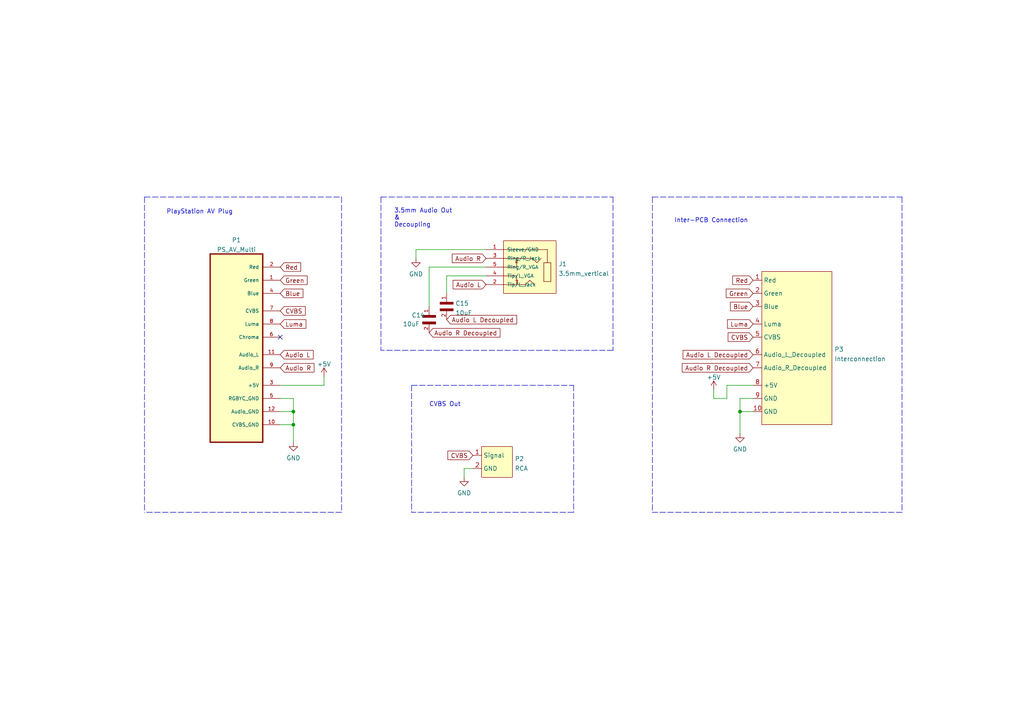
<source format=kicad_sch>
(kicad_sch (version 20211123) (generator eeschema)
  (paper "A4")
  (lib_symbols
    (symbol "PS2VGA:3.5mm_vertical" (pin_names (offset 1.016))
      (property "Reference" "J" (at -7.62 8.128 0))
      (property "Value" "3.5mm_vertical" (at -7.62 -10.414 0))
      (symbol "3.5mm_vertical_0_0"
        (polyline (pts (xy -6.096 -4.191) (xy -6.096 1.27)) (stroke (width 0.1524)))
        (polyline (pts (xy -6.096 1.27) (xy -5.08 1.27)) (stroke (width 0.1524)))
        (polyline (pts (xy -5.08 1.27) (xy -4.064 1.27)) (stroke (width 0.1524)))
        (polyline (pts (xy -5.08 5.08) (xy -5.08 1.27)) (stroke (width 0.1524)))
        (polyline (pts (xy -4.064 -4.191) (xy -6.096 -4.191)) (stroke (width 0.1524)))
        (polyline (pts (xy -4.064 1.27) (xy -4.064 -4.191)) (stroke (width 0.1524)))
        (polyline (pts (xy -2.032 1.27) (xy -3.302 2.54)) (stroke (width 0.1524)))
        (polyline (pts (xy -0.762 2.54) (xy -2.032 1.27)) (stroke (width 0.1524)))
        (polyline (pts (xy 0 -3.81) (xy -1.27 -5.08)) (stroke (width 0.1524)))
        (polyline (pts (xy 1.27 -5.08) (xy 0 -3.81)) (stroke (width 0.1524)))
        (polyline (pts (xy 3.81 -5.08) (xy 1.27 -5.08)) (stroke (width 0.1524)))
        (polyline (pts (xy 3.81 -5.08) (xy 3.81 -2.54)) (stroke (width 0.1524)))
        (polyline (pts (xy 3.81 0) (xy 3.81 2.54)) (stroke (width 0.1524)))
        (polyline (pts (xy 3.81 2.54) (xy -0.762 2.54)) (stroke (width 0.1524)))
        (polyline (pts (xy 7.62 -5.08) (xy 3.81 -5.08)) (stroke (width 0.1524)))
        (polyline (pts (xy 7.62 -2.54) (xy 3.81 -2.54)) (stroke (width 0.1524)))
        (polyline (pts (xy 7.62 0) (xy 3.81 0)) (stroke (width 0.1524)))
        (polyline (pts (xy 7.62 2.54) (xy 3.81 2.54)) (stroke (width 0.1524)))
        (polyline (pts (xy 7.62 5.08) (xy -5.08 5.08)) (stroke (width 0.1524)))
        (polyline (pts (xy 3.81 -5.08) (xy 3.5052 -3.81) (xy 4.1402 -3.81)) (stroke (width 0.1524)) (fill (type background)))
        (polyline (pts (xy 3.81 2.54) (xy 4.1402 1.27) (xy 3.5052 1.27)) (stroke (width 0.1524)) (fill (type background)))
        (pin passive line (at 12.7 5.08 180) (length 5.08) (name "Sleeve/GND") (number "1"))
        (pin passive line (at 12.7 -5.08 180) (length 5.08) (name "Tip/L_Jack") (number "2"))
        (pin passive line (at 12.7 2.54 180) (length 5.08) (name "Ring/R_Jack") (number "3"))
        (pin passive line (at 12.7 -2.54 180) (length 5.08) (name "Tip/L_VGA") (number "4"))
        (pin passive line (at 12.7 0 180) (length 5.08) (name "Ring/R_VGA") (number "5"))
      )
      (symbol "3.5mm_vertical_0_1"
        (rectangle (start -7.62 7.62) (end 7.62 -7.62) (stroke (width 0.1524)) (fill (type background)))
      )
    )
    (symbol "PS2VGA:Interconnection"
      (property "Reference" "P" (at 0 1.27 0))
      (property "Value" "Interconnection" (at 0 5.08 0))
      (symbol "Interconnection_0_1"
        (rectangle (start -10.16 -1.27) (end 10.16 -45.72) (stroke (width 0.1524)) (fill (type background)))
      )
      (symbol "Interconnection_1_1"
        (pin passive line (at 12.7 -3.81 180) (length 2.54) (name "Red") (number "1"))
        (pin power_out line (at 12.7 -41.91 180) (length 2.54) (name "GND") (number "10"))
        (pin passive line (at 12.7 -7.62 180) (length 2.54) (name "Green") (number "2"))
        (pin passive line (at 12.7 -11.43 180) (length 2.54) (name "Blue") (number "3"))
        (pin passive line (at 12.7 -16.51 180) (length 2.54) (name "Luma") (number "4"))
        (pin passive line (at 12.7 -20.32 180) (length 2.54) (name "CVBS") (number "5"))
        (pin passive line (at 12.7 -25.4 180) (length 2.54) (name "Audio_L_Decoupled") (number "6"))
        (pin passive line (at 12.7 -29.21 180) (length 2.54) (name "Audio_R_Decoupled") (number "7"))
        (pin power_out line (at 12.7 -34.29 180) (length 2.54) (name "+5V") (number "8"))
        (pin power_out line (at 12.7 -38.1 180) (length 2.54) (name "GND") (number "9"))
      )
    )
    (symbol "PS2VGA:PS_AV_Multi" (pin_names (offset 1.016))
      (property "Reference" "P" (at 0 2.54 0))
      (property "Value" "PS_AV_Multi" (at 0 5.08 0))
      (symbol "PS_AV_Multi_0_0"
        (pin output line (at -12.7 -7.62 0) (length 5.08) (name "Green") (number "1"))
        (pin power_out line (at -12.7 -49.53 0) (length 5.08) (name "CVBS_GND") (number "10"))
        (pin output line (at -12.7 -29.21 0) (length 5.08) (name "Audio_L") (number "11"))
        (pin power_out line (at -12.7 -45.72 0) (length 5.08) (name "Audio_GND") (number "12"))
        (pin output line (at -12.7 -3.81 0) (length 5.08) (name "Red") (number "2"))
        (pin power_out line (at -12.7 -38.1 0) (length 5.08) (name "+5V") (number "3"))
        (pin output line (at -12.7 -11.43 0) (length 5.08) (name "Blue") (number "4"))
        (pin power_out line (at -12.7 -41.91 0) (length 5.08) (name "RGBYC_GND") (number "5"))
        (pin output line (at -12.7 -24.13 0) (length 5.08) (name "Chroma") (number "6"))
        (pin output line (at -12.7 -16.51 0) (length 5.08) (name "CVBS") (number "7"))
        (pin output line (at -12.7 -20.32 0) (length 5.08) (name "Luma") (number "8"))
        (pin output line (at -12.7 -33.02 0) (length 5.08) (name "Audio_R") (number "9"))
      )
      (symbol "PS_AV_Multi_0_1"
        (rectangle (start -7.62 0) (end 7.62 -54.61) (stroke (width 0.4064)) (fill (type background)))
      )
    )
    (symbol "PS2VGA:RCA"
      (property "Reference" "P" (at 0 1.27 0))
      (property "Value" "RCA" (at 0 3.81 0))
      (symbol "RCA_0_1"
        (rectangle (start 0 0) (end 8.89 -8.89) (stroke (width 0.1524)) (fill (type background)))
      )
      (symbol "RCA_1_1"
        (pin passive line (at -2.54 -2.54 0) (length 2.54) (name "Signal") (number "1"))
        (pin passive line (at -2.54 -6.35 0) (length 2.54) (name "GND") (number "2"))
      )
    )
    (symbol "SMD_Cap:Cap_0603" (pin_names (offset 1.016) hide)
      (property "Reference" "C" (at 0 3.81 0))
      (property "Value" "Cap_0603" (at 0 -5.08 0))
      (symbol "Cap_0603_0_0"
        (rectangle (start 0 -1.905) (end 0.635 1.905) (fill (type outline)))
        (rectangle (start 1.905 -1.905) (end 2.54 1.905) (fill (type outline)))
        (pin passive line (at -2.54 0 0) (length 2.54) (name "~") (number "1"))
        (pin passive line (at 5.08 0 180) (length 2.54) (name "~") (number "2"))
      )
    )
    (symbol "power:+5V" (power) (pin_names (offset 0))
      (property "Value" "+5V" (at 0 3.556 0))
      (symbol "+5V_0_1"
        (polyline (pts (xy -0.762 1.27) (xy 0 2.54)))
        (polyline (pts (xy 0 0) (xy 0 2.54)))
        (polyline (pts (xy 0 2.54) (xy 0.762 1.27)))
      )
      (symbol "+5V_1_1"
        (pin power_in line (at 0 0 90) (length 0) hide (name "+5V") (number "1"))
      )
    )
    (symbol "power:GND" (power) (pin_names (offset 0))
      (property "Value" "GND" (at 0 -3.81 0))
      (symbol "GND_0_1"
        (polyline (pts (xy 0 0) (xy 0 -1.27) (xy 1.27 -1.27) (xy 0 -2.54) (xy -1.27 -1.27) (xy 0 -1.27)))
      )
      (symbol "GND_1_1"
        (pin power_in line (at 0 0 270) (length 0) hide (name "GND") (number "1"))
      )
    )
  )
  (junction (at 85.09 119.38))
  (junction (at 85.09 123.19))
  (junction (at 214.63 119.38))
  (no_connect (at 81.28 97.79))
  (polyline (pts (xy 177.8 57.15) (xy 177.8 101.6)))
  (wire (pts (xy 214.63 119.38) (xy 214.63 125.73)))
  (wire (pts (xy 81.28 111.76) (xy 93.98 111.76)))
  (wire (pts (xy 137.16 135.89) (xy 134.62 135.89)))
  (polyline (pts (xy 99.06 57.15) (xy 99.06 148.59)))
  (wire (pts (xy 93.98 111.76) (xy 93.98 109.22)))
  (polyline (pts (xy 261.62 57.15) (xy 261.62 148.59)))
  (wire (pts (xy 120.65 72.39) (xy 120.65 74.93)))
  (polyline (pts (xy 41.91 57.15) (xy 41.91 148.59)))
  (wire (pts (xy 81.28 115.57) (xy 85.09 115.57)))
  (wire (pts (xy 134.62 135.89) (xy 134.62 138.43)))
  (polyline (pts (xy 189.23 57.15) (xy 189.23 148.59)))
  (polyline (pts (xy 110.49 57.15) (xy 110.49 101.6)))
  (polyline (pts (xy 189.23 57.15) (xy 261.62 57.15)))
  (wire (pts (xy 129.54 80.01) (xy 129.54 85.09)))
  (polyline (pts (xy 166.37 111.76) (xy 166.37 148.59)))
  (wire (pts (xy 207.01 113.03) (xy 207.01 115.57)))
  (wire (pts (xy 210.82 115.57) (xy 207.01 115.57)))
  (polyline (pts (xy 99.06 148.59) (xy 41.91 148.59)))
  (polyline (pts (xy 177.8 101.6) (xy 110.49 101.6)))
  (wire (pts (xy 214.63 115.57) (xy 214.63 119.38)))
  (wire (pts (xy 214.63 119.38) (xy 218.44 119.38)))
  (wire (pts (xy 85.09 123.19) (xy 85.09 128.27)))
  (wire (pts (xy 124.46 77.47) (xy 124.46 88.9)))
  (wire (pts (xy 218.44 115.57) (xy 214.63 115.57)))
  (wire (pts (xy 85.09 115.57) (xy 85.09 119.38)))
  (polyline (pts (xy 119.38 111.76) (xy 166.37 111.76)))
  (polyline (pts (xy 261.62 148.59) (xy 189.23 148.59)))
  (wire (pts (xy 85.09 119.38) (xy 85.09 123.19)))
  (polyline (pts (xy 166.37 148.59) (xy 119.38 148.59)))
  (polyline (pts (xy 110.49 57.15) (xy 177.8 57.15)))
  (polyline (pts (xy 41.91 57.15) (xy 99.06 57.15)))
  (polyline (pts (xy 119.38 111.76) (xy 119.38 148.59)))
  (wire (pts (xy 81.28 123.19) (xy 85.09 123.19)))
  (wire (pts (xy 140.97 80.01) (xy 129.54 80.01)))
  (wire (pts (xy 218.44 111.76) (xy 210.82 111.76)))
  (wire (pts (xy 140.97 77.47) (xy 124.46 77.47)))
  (wire (pts (xy 140.97 72.39) (xy 120.65 72.39)))
  (wire (pts (xy 81.28 119.38) (xy 85.09 119.38)))
  (wire (pts (xy 210.82 111.76) (xy 210.82 115.57)))
  (text "CVBS Out" (at 124.46 118.11 0) (effects (font (size 1.27 1.27)) (justify left bottom)))
  (text "Inter-PCB Connection" (at 195.58 64.77 0) (effects (font (size 1.27 1.27)) (justify left bottom)))
  (text "PlayStation AV Plug" (at 48.26 62.23 0) (effects (font (size 1.27 1.27)) (justify left bottom)))
  (text "3.5mm Audio Out\n&\nDecoupling" (at 114.3 66.04 0) (effects (font (size 1.27 1.27)) (justify left bottom)))
  (global_label "Green" (shape input) (at 81.28 81.28 0) (property "Intersheet References" "${INTERSHEET_REFS}" (effects hide)))
  (global_label "CVBS" (shape input) (at 137.16 132.08 180) (property "Intersheet References" "${INTERSHEET_REFS}" (effects hide)))
  (global_label "Audio R Decoupled" (shape input) (at 218.44 106.68 180) (property "Intersheet References" "${INTERSHEET_REFS}" (effects hide)))
  (global_label "Audio R Decoupled" (shape input) (at 124.46 96.52 0) (property "Intersheet References" "${INTERSHEET_REFS}" (effects hide)))
  (global_label "Blue" (shape input) (at 81.28 85.09 0) (property "Intersheet References" "${INTERSHEET_REFS}" (effects hide)))
  (global_label "Luma" (shape input) (at 81.28 93.98 0) (property "Intersheet References" "${INTERSHEET_REFS}" (effects hide)))
  (global_label "Audio L" (shape input) (at 81.28 102.87 0) (property "Intersheet References" "${INTERSHEET_REFS}" (effects hide)))
  (global_label "Luma" (shape input) (at 218.44 93.98 180) (property "Intersheet References" "${INTERSHEET_REFS}" (effects hide)))
  (global_label "CVBS" (shape input) (at 218.44 97.79 180) (property "Intersheet References" "${INTERSHEET_REFS}" (effects hide)))
  (global_label "Red" (shape input) (at 218.44 81.28 180) (property "Intersheet References" "${INTERSHEET_REFS}" (effects hide)))
  (global_label "Red" (shape input) (at 81.28 77.47 0) (property "Intersheet References" "${INTERSHEET_REFS}" (effects hide)))
  (global_label "Audio L" (shape input) (at 140.97 82.55 180) (property "Intersheet References" "${INTERSHEET_REFS}" (effects hide)))
  (global_label "Blue" (shape input) (at 218.44 88.9 180) (property "Intersheet References" "${INTERSHEET_REFS}" (effects hide)))
  (global_label "Audio L Decoupled" (shape input) (at 129.54 92.71 0) (property "Intersheet References" "${INTERSHEET_REFS}" (effects hide)))
  (global_label "Audio R" (shape input) (at 81.28 106.68 0) (property "Intersheet References" "${INTERSHEET_REFS}" (effects hide)))
  (global_label "Audio L Decoupled" (shape input) (at 218.44 102.87 180) (property "Intersheet References" "${INTERSHEET_REFS}" (effects hide)))
  (global_label "Green" (shape input) (at 218.44 85.09 180) (property "Intersheet References" "${INTERSHEET_REFS}" (effects hide)))
  (global_label "Audio R" (shape input) (at 140.97 74.93 180) (property "Intersheet References" "${INTERSHEET_REFS}" (effects hide)))
  (global_label "CVBS" (shape input) (at 81.28 90.17 0) (property "Intersheet References" "${INTERSHEET_REFS}" (effects hide)))
  (symbol (lib_id "power:+5V") (at 207.01 113.03 0) (unit 1)
    (property "Reference" "#PWR0106" (effects hide))
    (property "Value" "+5V" (at 207.01 109.4255 0))
  )
  (symbol (lib_id "PS2VGA:RCA") (at 139.7 129.54 0) (unit 1)
    (property "Reference" "P2" (at 149.3012 133.0765 0) (effects (justify left)))
    (property "Value" "RCA" (at 149.3012 135.8516 0) (effects (justify left)))
    (property "Footprint" "PS2VGA:RCA" (effects hide))
  )
  (symbol (lib_id "power:+5V") (at 93.98 109.22 0) (unit 1)
    (property "Reference" "#PWR0101" (effects hide))
    (property "Value" "+5V" (at 93.98 105.6155 0))
  )
  (symbol (lib_id "power:GND") (at 85.09 128.27 0) (unit 1)
    (property "Reference" "#PWR0102" (effects hide))
    (property "Value" "GND" (at 85.09 132.8325 0))
  )
  (symbol (lib_id "PS2VGA:PS_AV_Multi") (at 68.58 73.66 0) (mirror y) (unit 1)
    (property "Reference" "P1" (at 68.58 69.6173 0))
    (property "Value" "PS_AV_Multi" (at 68.58 72.3924 0))
    (property "Footprint" "PS2VGA:PS_AV_Multi" (effects hide))
  )
  (symbol (lib_id "PS2VGA:Interconnection") (at 231.14 77.47 0) (mirror y) (unit 1)
    (property "Reference" "P3" (at 242.0112 101.3265 0) (effects (justify right)))
    (property "Value" "Interconnection" (at 242.0112 104.1016 0) (effects (justify right)))
    (property "Footprint" "PS2VGA:Interconnection" (effects hide))
  )
  (symbol (lib_id "SMD_Cap:Cap_0603") (at 124.46 91.44 270) (unit 1)
    (property "Reference" "C14" (at 119.38 91.44 90) (effects (justify left)))
    (property "Value" "10uF" (at 116.84 93.98 90) (effects (justify left)))
    (property "Footprint" "Capacitor_SMD:C_0603_1608Metric" (effects hide))
  )
  (symbol (lib_id "PS2VGA:3.5mm_vertical") (at 153.67 77.47 0) (mirror y) (unit 1)
    (property "Reference" "J1" (at 162.0012 76.5615 0) (effects (justify right)))
    (property "Value" "3.5mm_vertical" (at 162.0012 79.3366 0) (effects (justify right)))
    (property "Footprint" "PS2VGA:3.5mm_vertical" (effects hide))
    (property "STANDARD" "Manufacturer recommendation" (effects hide))
    (property "PARTREV" "1.01" (effects hide))
    (property "MANUFACTURER" "CUI" (effects hide))
  )
  (symbol (lib_id "power:GND") (at 214.63 125.73 0) (unit 1)
    (property "Reference" "#PWR0105" (effects hide))
    (property "Value" "GND" (at 214.63 130.2925 0))
  )
  (symbol (lib_id "power:GND") (at 134.62 138.43 0) (unit 1)
    (property "Reference" "#PWR0103" (effects hide))
    (property "Value" "GND" (at 134.62 142.9925 0))
  )
  (symbol (lib_id "power:GND") (at 120.65 74.93 0) (unit 1)
    (property "Reference" "#PWR0104" (effects hide))
    (property "Value" "GND" (at 120.65 79.4925 0))
  )
  (symbol (lib_id "SMD_Cap:Cap_0603") (at 129.54 87.63 270) (unit 1)
    (property "Reference" "C15" (at 132.08 87.9915 90) (effects (justify left)))
    (property "Value" "10uF" (at 132.08 90.7666 90) (effects (justify left)))
    (property "Footprint" "Capacitor_SMD:C_0603_1608Metric" (effects hide))
  )
)
</source>
